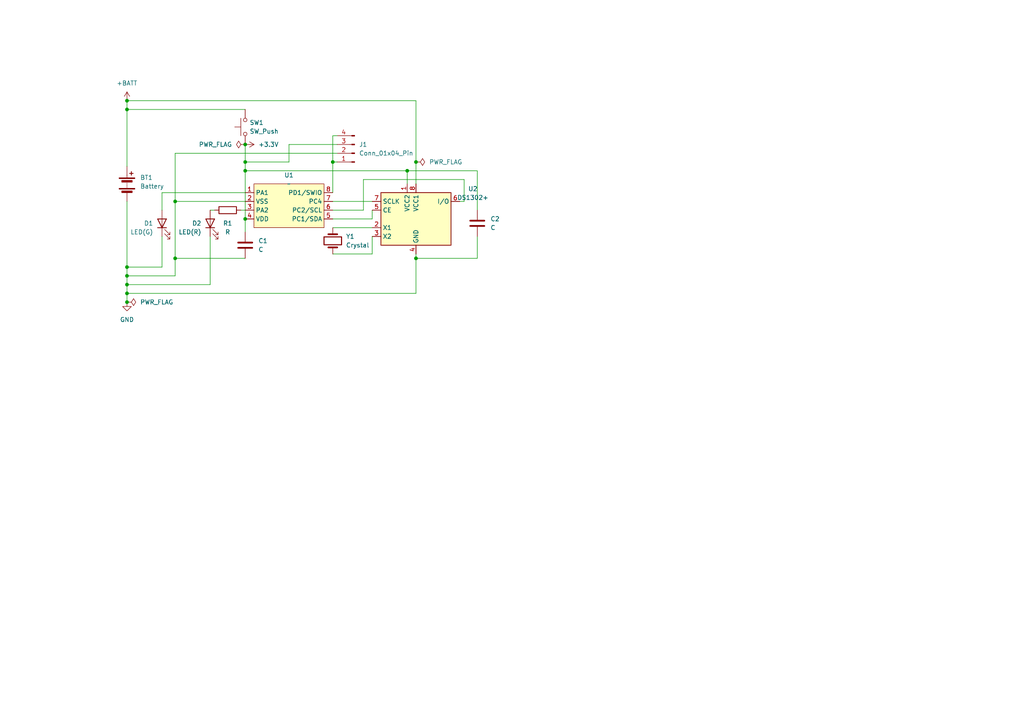
<source format=kicad_sch>
(kicad_sch (version 20230121) (generator eeschema)
  (paper "A4")
  (lib_symbols
    (symbol "Connector:Conn_01x04_Pin" (pin_names (offset 1.016) hide)
      (property "Reference" "J" (at 0 5.08 0))
      (property "Value" "Conn_01x04_Pin" (at 0 -7.62 0))
      (symbol "Conn_01x04_Pin_1_1"
        (polyline (pts (xy 1.27 -5.08) (xy 0.8636 -5.08)) (stroke (width 0.1524)))
        (polyline (pts (xy 1.27 -2.54) (xy 0.8636 -2.54)) (stroke (width 0.1524)))
        (polyline (pts (xy 1.27 0) (xy 0.8636 0)) (stroke (width 0.1524)))
        (polyline (pts (xy 1.27 2.54) (xy 0.8636 2.54)) (stroke (width 0.1524)))
        (rectangle (start 0.8636 -4.953) (end 0 -5.207) (stroke (width 0.1524)) (fill (type outline)))
        (rectangle (start 0.8636 -2.413) (end 0 -2.667) (stroke (width 0.1524)) (fill (type outline)))
        (rectangle (start 0.8636 0.127) (end 0 -0.127) (stroke (width 0.1524)) (fill (type outline)))
        (rectangle (start 0.8636 2.667) (end 0 2.413) (stroke (width 0.1524)) (fill (type outline)))
        (pin passive line (at 5.08 2.54 180) (length 3.81) (name "Pin_1") (number "1"))
        (pin passive line (at 5.08 0 180) (length 3.81) (name "Pin_2") (number "2"))
        (pin passive line (at 5.08 -2.54 180) (length 3.81) (name "Pin_3") (number "3"))
        (pin passive line (at 5.08 -5.08 180) (length 3.81) (name "Pin_4") (number "4"))
      )
    )
    (symbol "Device:Battery" (pin_numbers hide) (pin_names (offset 0) hide)
      (property "Reference" "BT" (at 2.54 2.54 0))
      (property "Value" "Battery" (at 2.54 0 0))
      (symbol "Battery_0_1"
        (rectangle (start -2.286 -1.27) (end 2.286 -1.524) (fill (type outline)))
        (rectangle (start -2.286 1.778) (end 2.286 1.524) (fill (type outline)))
        (rectangle (start -1.524 -2.032) (end 1.524 -2.54) (fill (type outline)))
        (rectangle (start -1.524 1.016) (end 1.524 0.508) (fill (type outline)))
        (polyline (pts (xy 0 -1.016) (xy 0 -0.762)))
        (polyline (pts (xy 0 -0.508) (xy 0 -0.254)))
        (polyline (pts (xy 0 0) (xy 0 0.254)))
        (polyline (pts (xy 0 1.778) (xy 0 2.54)))
        (polyline (pts (xy 0.762 3.048) (xy 1.778 3.048)) (stroke (width 0.254)))
        (polyline (pts (xy 1.27 3.556) (xy 1.27 2.54)) (stroke (width 0.254)))
      )
      (symbol "Battery_1_1"
        (pin passive line (at 0 5.08 270) (length 2.54) (name "+") (number "1"))
        (pin passive line (at 0 -5.08 90) (length 2.54) (name "-") (number "2"))
      )
    )
    (symbol "Device:C" (pin_numbers hide) (pin_names (offset 0.254))
      (property "Reference" "C" (at 0.635 2.54 0))
      (property "Value" "C" (at 0.635 -2.54 0))
      (symbol "C_0_1"
        (polyline (pts (xy -2.032 -0.762) (xy 2.032 -0.762)) (stroke (width 0.508)))
        (polyline (pts (xy -2.032 0.762) (xy 2.032 0.762)) (stroke (width 0.508)))
      )
      (symbol "C_1_1"
        (pin passive line (at 0 3.81 270) (length 2.794) (name "~") (number "1"))
        (pin passive line (at 0 -3.81 90) (length 2.794) (name "~") (number "2"))
      )
    )
    (symbol "Device:Crystal" (pin_numbers hide) (pin_names (offset 1.016) hide)
      (property "Reference" "Y" (at 0 3.81 0))
      (property "Value" "Crystal" (at 0 -3.81 0))
      (symbol "Crystal_0_1"
        (rectangle (start -1.143 2.54) (end 1.143 -2.54) (stroke (width 0.3048)))
        (polyline (pts (xy -2.54 0) (xy -1.905 0)))
        (polyline (pts (xy -1.905 -1.27) (xy -1.905 1.27)) (stroke (width 0.508)))
        (polyline (pts (xy 1.905 -1.27) (xy 1.905 1.27)) (stroke (width 0.508)))
        (polyline (pts (xy 2.54 0) (xy 1.905 0)))
      )
      (symbol "Crystal_1_1"
        (pin passive line (at -3.81 0 0) (length 1.27) (name "1") (number "1"))
        (pin passive line (at 3.81 0 180) (length 1.27) (name "2") (number "2"))
      )
    )
    (symbol "Device:LED" (pin_numbers hide) (pin_names (offset 1.016) hide)
      (property "Reference" "D" (at 0 2.54 0))
      (property "Value" "LED" (at 0 -2.54 0))
      (symbol "LED_0_1"
        (polyline (pts (xy -1.27 -1.27) (xy -1.27 1.27)) (stroke (width 0.254)))
        (polyline (pts (xy -1.27 0) (xy 1.27 0)))
        (polyline (pts (xy 1.27 -1.27) (xy 1.27 1.27) (xy -1.27 0) (xy 1.27 -1.27)) (stroke (width 0.254)))
        (polyline (pts (xy -3.048 -0.762) (xy -4.572 -2.286) (xy -3.81 -2.286) (xy -4.572 -2.286) (xy -4.572 -1.524)))
        (polyline (pts (xy -1.778 -0.762) (xy -3.302 -2.286) (xy -2.54 -2.286) (xy -3.302 -2.286) (xy -3.302 -1.524)))
      )
      (symbol "LED_1_1"
        (pin passive line (at -3.81 0 0) (length 2.54) (name "K") (number "1"))
        (pin passive line (at 3.81 0 180) (length 2.54) (name "A") (number "2"))
      )
    )
    (symbol "Device:R" (pin_numbers hide) (pin_names (offset 0))
      (property "Reference" "R" (at 2.032 0 90))
      (property "Value" "R" (at 0 0 90))
      (symbol "R_0_1"
        (rectangle (start -1.016 -2.54) (end 1.016 2.54) (stroke (width 0.254)))
      )
      (symbol "R_1_1"
        (pin passive line (at 0 3.81 270) (length 1.27) (name "~") (number "1"))
        (pin passive line (at 0 -3.81 90) (length 1.27) (name "~") (number "2"))
      )
    )
    (symbol "Switch:SW_Push" (pin_numbers hide) (pin_names (offset 1.016) hide)
      (property "Reference" "SW" (at 1.27 2.54 0))
      (property "Value" "SW_Push" (at 0 -1.524 0))
      (symbol "SW_Push_0_1"
        (circle (center -2.032 0) (radius 0.508))
        (polyline (pts (xy 0 1.27) (xy 0 3.048)))
        (polyline (pts (xy 2.54 1.27) (xy -2.54 1.27)))
        (circle (center 2.032 0) (radius 0.508))
        (pin passive line (at -5.08 0 0) (length 2.54) (name "1") (number "1"))
        (pin passive line (at 5.08 0 180) (length 2.54) (name "2") (number "2"))
      )
    )
    (symbol "Timer_RTC:DS1302+"
      (property "Reference" "U" (at -8.89 8.89 0))
      (property "Value" "DS1302+" (at 6.35 8.89 0))
      (symbol "DS1302+_1_1"
        (rectangle (start -10.16 7.62) (end 10.16 -7.62) (stroke (width 0.254)) (fill (type background)))
        (pin power_in line (at -2.54 10.16 270) (length 2.54) (name "VCC2") (number "1"))
        (pin input line (at -12.7 -2.54 0) (length 2.54) (name "X1") (number "2"))
        (pin input line (at -12.7 -5.08 0) (length 2.54) (name "X2") (number "3"))
        (pin power_in line (at 0 -10.16 90) (length 2.54) (name "GND") (number "4"))
        (pin input line (at -12.7 2.54 0) (length 2.54) (name "CE") (number "5"))
        (pin bidirectional line (at 12.7 5.08 180) (length 2.54) (name "I/O") (number "6"))
        (pin input line (at -12.7 5.08 0) (length 2.54) (name "SCLK") (number "7"))
        (pin power_in line (at 0 10.16 270) (length 2.54) (name "VCC1") (number "8"))
      )
    )
    (symbol "power:+3.3V" (power) (pin_names (offset 0))
      (property "Value" "+3.3V" (at 0 3.556 0))
      (symbol "+3.3V_0_1"
        (polyline (pts (xy -0.762 1.27) (xy 0 2.54)))
        (polyline (pts (xy 0 0) (xy 0 2.54)))
        (polyline (pts (xy 0 2.54) (xy 0.762 1.27)))
      )
      (symbol "+3.3V_1_1"
        (pin power_in line (at 0 0 90) (length 0) hide (name "+3.3V") (number "1"))
      )
    )
    (symbol "power:+BATT" (power) (pin_names (offset 0))
      (property "Value" "+BATT" (at 0 3.556 0))
      (symbol "+BATT_0_1"
        (polyline (pts (xy -0.762 1.27) (xy 0 2.54)))
        (polyline (pts (xy 0 0) (xy 0 2.54)))
        (polyline (pts (xy 0 2.54) (xy 0.762 1.27)))
      )
      (symbol "+BATT_1_1"
        (pin power_in line (at 0 0 90) (length 0) hide (name "+BATT") (number "1"))
      )
    )
    (symbol "power:GND" (power) (pin_names (offset 0))
      (property "Value" "GND" (at 0 -3.81 0))
      (symbol "GND_0_1"
        (polyline (pts (xy 0 0) (xy 0 -1.27) (xy 1.27 -1.27) (xy 0 -2.54) (xy -1.27 -1.27) (xy 0 -1.27)))
      )
      (symbol "GND_1_1"
        (pin power_in line (at 0 0 270) (length 0) hide (name "GND") (number "1"))
      )
    )
    (symbol "power:PWR_FLAG" (power) (pin_numbers hide) (pin_names (offset 0) hide)
      (property "Value" "PWR_FLAG" (at 0 3.81 0))
      (symbol "PWR_FLAG_0_0"
        (pin power_out line (at 0 0 90) (length 0) (name "pwr") (number "1"))
      )
      (symbol "PWR_FLAG_0_1"
        (polyline (pts (xy 0 0) (xy 0 1.27) (xy -1.016 1.905) (xy 0 2.54) (xy 1.016 1.905) (xy 0 1.27)))
      )
    )
    (symbol "tasuku:CH32V003J4M6"
      (property "Reference" "U" (at 1.27 1.27 0))
      (symbol "CH32V003J4M6_1_1"
        (rectangle (start -10.16 0) (end 10.16 -12.7) (fill (type background)))
        (pin passive line (at -12.7 -2.54 0) (length 2.54) (name "PA1") (number "1"))
        (pin power_in line (at -12.7 -5.08 0) (length 2.54) (name "VSS") (number "2"))
        (pin passive line (at -12.7 -7.62 0) (length 2.54) (name "PA2") (number "3"))
        (pin power_in line (at -12.7 -10.16 0) (length 2.54) (name "VDD") (number "4"))
        (pin passive line (at 12.7 -10.16 180) (length 2.54) (name "PC1/SDA") (number "5"))
        (pin passive line (at 12.7 -7.62 180) (length 2.54) (name "PC2/SCL") (number "6"))
        (pin passive line (at 12.7 -5.08 180) (length 2.54) (name "PC4") (number "7"))
        (pin passive line (at 12.7 -2.54 180) (length 2.54) (name "PD1/SWIO") (number "8"))
      )
    )
  )
  (junction (at 71.12 41.91))
  (junction (at 36.83 80.01))
  (junction (at 71.12 63.5))
  (junction (at 36.83 82.55))
  (junction (at 96.52 46.99))
  (junction (at 50.8 58.42))
  (junction (at 71.12 46.99))
  (junction (at 118.11 49.53))
  (junction (at 36.83 85.09))
  (junction (at 120.65 74.93))
  (junction (at 120.65 46.99))
  (junction (at 36.83 31.75))
  (junction (at 50.8 74.93))
  (junction (at 36.83 87.63))
  (junction (at 71.12 49.53))
  (junction (at 36.83 29.21))
  (junction (at 36.83 77.47))
  (wire (pts (xy 50.8 44.45) (xy 97.79 44.45)))
  (wire (pts (xy 36.83 80.01) (xy 36.83 82.55)))
  (wire (pts (xy 50.8 74.93) (xy 71.12 74.93)))
  (wire (pts (xy 46.99 55.88) (xy 46.99 60.96)))
  (wire (pts (xy 120.65 29.21) (xy 120.65 46.99)))
  (wire (pts (xy 50.8 44.45) (xy 50.8 58.42)))
  (wire (pts (xy 105.41 52.07) (xy 105.41 60.96)))
  (wire (pts (xy 50.8 58.42) (xy 50.8 74.93)))
  (wire (pts (xy 46.99 68.58) (xy 46.99 77.47)))
  (wire (pts (xy 71.12 49.53) (xy 118.11 49.53)))
  (wire (pts (xy 105.41 52.07) (xy 134.62 52.07)))
  (wire (pts (xy 36.83 29.21) (xy 120.65 29.21)))
  (wire (pts (xy 120.65 73.66) (xy 120.65 74.93)))
  (wire (pts (xy 71.12 63.5) (xy 71.12 67.31)))
  (wire (pts (xy 71.12 49.53) (xy 71.12 63.5)))
  (wire (pts (xy 71.12 41.91) (xy 71.12 46.99)))
  (wire (pts (xy 83.82 46.99) (xy 71.12 46.99)))
  (wire (pts (xy 138.43 60.96) (xy 138.43 49.53)))
  (wire (pts (xy 36.83 31.75) (xy 71.12 31.75)))
  (wire (pts (xy 46.99 55.88) (xy 71.12 55.88)))
  (wire (pts (xy 60.96 68.58) (xy 60.96 82.55)))
  (wire (pts (xy 134.62 52.07) (xy 134.62 58.42)))
  (wire (pts (xy 138.43 74.93) (xy 120.65 74.93)))
  (wire (pts (xy 138.43 49.53) (xy 118.11 49.53)))
  (wire (pts (xy 96.52 39.37) (xy 97.79 39.37)))
  (wire (pts (xy 96.52 46.99) (xy 97.79 46.99)))
  (wire (pts (xy 120.65 46.99) (xy 120.65 53.34)))
  (wire (pts (xy 120.65 74.93) (xy 120.65 85.09)))
  (wire (pts (xy 36.83 77.47) (xy 46.99 77.47)))
  (wire (pts (xy 96.52 58.42) (xy 107.95 58.42)))
  (wire (pts (xy 96.52 46.99) (xy 96.52 55.88)))
  (wire (pts (xy 50.8 58.42) (xy 71.12 58.42)))
  (wire (pts (xy 97.79 41.91) (xy 83.82 41.91)))
  (wire (pts (xy 83.82 41.91) (xy 83.82 46.99)))
  (wire (pts (xy 36.83 82.55) (xy 60.96 82.55)))
  (wire (pts (xy 36.83 85.09) (xy 36.83 87.63)))
  (wire (pts (xy 36.83 85.09) (xy 120.65 85.09)))
  (wire (pts (xy 36.83 77.47) (xy 36.83 80.01)))
  (wire (pts (xy 71.12 46.99) (xy 71.12 49.53)))
  (wire (pts (xy 60.96 60.96) (xy 62.23 60.96)))
  (wire (pts (xy 118.11 49.53) (xy 118.11 53.34)))
  (wire (pts (xy 133.35 58.42) (xy 134.62 58.42)))
  (wire (pts (xy 96.52 73.66) (xy 107.95 73.66)))
  (wire (pts (xy 107.95 73.66) (xy 107.95 68.58)))
  (wire (pts (xy 50.8 80.01) (xy 36.83 80.01)))
  (wire (pts (xy 107.95 63.5) (xy 107.95 60.96)))
  (wire (pts (xy 96.52 66.04) (xy 107.95 66.04)))
  (wire (pts (xy 96.52 63.5) (xy 107.95 63.5)))
  (wire (pts (xy 50.8 74.93) (xy 50.8 80.01)))
  (wire (pts (xy 105.41 60.96) (xy 96.52 60.96)))
  (wire (pts (xy 96.52 39.37) (xy 96.52 46.99)))
  (wire (pts (xy 69.85 60.96) (xy 71.12 60.96)))
  (wire (pts (xy 36.83 31.75) (xy 36.83 48.26)))
  (wire (pts (xy 36.83 82.55) (xy 36.83 85.09)))
  (wire (pts (xy 138.43 68.58) (xy 138.43 74.93)))
  (wire (pts (xy 36.83 29.21) (xy 36.83 31.75)))
  (wire (pts (xy 36.83 58.42) (xy 36.83 77.47)))
  (symbol (lib_id "power:GND") (at 36.83 87.63 0) (unit 1)
    (property "Reference" "#PWR08" (effects hide))
    (property "Value" "GND" (at 36.83 92.71 0))
  )
  (symbol (lib_id "Switch:SW_Push") (at 71.12 36.83 90) (unit 1)
    (property "Reference" "SW1" (at 72.39 35.56 90) (effects (justify right)))
    (property "Value" "SW_Push" (at 72.39 38.1 90) (effects (justify right)))
    (property "Footprint" "Button_Switch_SMD:SW_Push_1P1T_NO_6x6mm_H9.5mm" (effects hide))
  )
  (symbol (lib_id "Device:Crystal") (at 96.52 69.85 90) (unit 1)
    (property "Reference" "Y1" (at 100.33 68.58 90) (effects (justify right)))
    (property "Value" "Crystal" (at 100.33 71.12 90) (effects (justify right)))
    (property "Footprint" "Crystal:Crystal_SMD_3215-2Pin_3.2x1.5mm" (effects hide))
  )
  (symbol (lib_id "Device:R") (at 66.04 60.96 90) (unit 1)
    (property "Reference" "R1" (at 66.04 64.77 90))
    (property "Value" "R" (at 66.04 67.31 90))
    (property "Footprint" "Resistor_SMD:R_0603_1608Metric" (effects hide))
  )
  (symbol (lib_id "Device:LED") (at 46.99 64.77 90) (unit 1)
    (property "Reference" "D1" (at 44.45 64.77 90) (effects (justify left)))
    (property "Value" "LED(G)" (at 44.45 67.31 90) (effects (justify left)))
    (property "Footprint" "LED_SMD:LED_0603_1608Metric" (effects hide))
  )
  (symbol (lib_id "tasuku:CH32V003J4M6") (at 83.82 53.34 0) (unit 1)
    (property "Reference" "U1" (at 83.82 50.8 0))
    (property "Value" "~" (at 83.82 53.34 0))
    (property "Footprint" "Package_SO:SOP-8_3.9x4.9mm_P1.27mm" (effects hide))
    (property "Datasheet" "https://www.wch-ic.com/downloads/CH32V003RM_PDF.html" (effects hide))
  )
  (symbol (lib_id "Device:Battery") (at 36.83 53.34 0) (unit 1)
    (property "Reference" "BT1" (at 40.64 51.4985 0) (effects (justify left)))
    (property "Value" "Battery" (at 40.64 54.0385 0) (effects (justify left)))
    (property "Footprint" "Battery:BatteryHolder_Keystone_1060_1x2032" (effects hide))
  )
  (symbol (lib_id "power:PWR_FLAG") (at 120.65 46.99 270) (unit 1)
    (property "Reference" "#FLG01" (effects hide))
    (property "Value" "PWR_FLAG" (at 124.46 46.99 90) (effects (justify left)))
  )
  (symbol (lib_id "Connector:Conn_01x04_Pin") (at 102.87 44.45 180) (unit 1)
    (property "Reference" "J1" (at 104.14 41.91 0) (effects (justify right)))
    (property "Value" "Conn_01x04_Pin" (at 104.14 44.45 0) (effects (justify right)))
    (property "Footprint" "Connector_PinSocket_2.54mm:PinSocket_2x02_P2.54mm_Vertical" (effects hide))
  )
  (symbol (lib_id "Timer_RTC:DS1302+") (at 120.65 63.5 0) (unit 1)
    (property "Reference" "U2" (at 137.16 54.7721 0))
    (property "Value" "DS1302+" (at 137.16 57.3121 0))
    (property "Footprint" "Package_DIP:DIP-8_W7.62mm" (effects hide))
    (property "Datasheet" "https://datasheets.maximintegrated.com/en/ds/DS1302.pdf" (effects hide))
  )
  (symbol (lib_id "Device:LED") (at 60.96 64.77 90) (unit 1)
    (property "Reference" "D2" (at 58.42 64.77 90) (effects (justify left)))
    (property "Value" "LED(R)" (at 58.42 67.31 90) (effects (justify left)))
    (property "Footprint" "LED_SMD:LED_0603_1608Metric" (effects hide))
  )
  (symbol (lib_id "power:PWR_FLAG") (at 71.12 41.91 90) (unit 1)
    (property "Reference" "#FLG03" (effects hide))
    (property "Value" "PWR_FLAG" (at 67.31 41.91 90) (effects (justify left)))
  )
  (symbol (lib_id "Device:C") (at 138.43 64.77 0) (unit 1)
    (property "Reference" "C2" (at 142.24 63.5 0) (effects (justify left)))
    (property "Value" "C" (at 142.24 66.04 0) (effects (justify left)))
    (property "Footprint" "Capacitor_SMD:C_0603_1608Metric" (effects hide))
  )
  (symbol (lib_id "power:PWR_FLAG") (at 36.83 87.63 270) (unit 1)
    (property "Reference" "#FLG02" (effects hide))
    (property "Value" "PWR_FLAG" (at 40.64 87.63 90) (effects (justify left)))
  )
  (symbol (lib_id "Device:C") (at 71.12 71.12 0) (unit 1)
    (property "Reference" "C1" (at 74.93 69.85 0) (effects (justify left)))
    (property "Value" "C" (at 74.93 72.39 0) (effects (justify left)))
    (property "Footprint" "Capacitor_SMD:C_0603_1608Metric" (effects hide))
  )
  (symbol (lib_id "power:+3.3V") (at 71.12 41.91 270) (unit 1)
    (property "Reference" "#PWR09" (effects hide))
    (property "Value" "+3.3V" (at 74.93 41.91 90) (effects (justify left)))
  )
  (symbol (lib_id "power:+BATT") (at 36.83 29.21 0) (unit 1)
    (property "Reference" "#PWR05" (effects hide))
    (property "Value" "+BATT" (at 36.83 24.13 0))
  )
)
</source>
